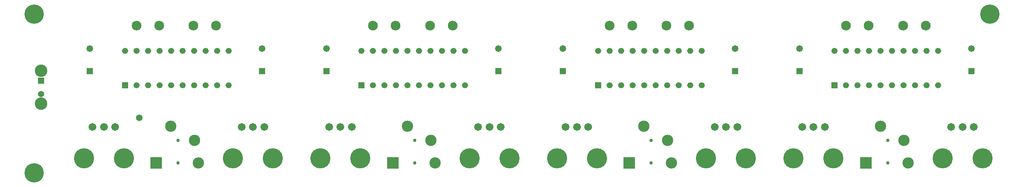
<source format=gbs>
G04*
G04 #@! TF.GenerationSoftware,Altium Limited,Altium Designer,23.0.1 (38)*
G04*
G04 Layer_Color=16711935*
%FSLAX26Y26*%
%MOIN*%
G70*
G04*
G04 #@! TF.SameCoordinates,B86BD9B1-E4BC-44FB-91C3-8862E556E9DD*
G04*
G04*
G04 #@! TF.FilePolarity,Negative*
G04*
G01*
G75*
%ADD24C,0.168000*%
%ADD25C,0.029654*%
%ADD26C,0.098354*%
%ADD27R,0.098354X0.098354*%
%ADD28R,0.054063X0.054063*%
%ADD29C,0.054063*%
%ADD30C,0.108787*%
%ADD31C,0.067055*%
%ADD32C,0.175716*%
%ADD33R,0.052606X0.052606*%
%ADD34C,0.052606*%
%ADD35R,0.058197X0.058197*%
%ADD36C,0.058197*%
%ADD37C,0.084772*%
%ADD38C,0.058000*%
D24*
X8430000Y1510000D02*
D03*
X125000D02*
D03*
Y125000D02*
D03*
D25*
X7541059Y408776D02*
D03*
Y211925D02*
D03*
X5486059Y408776D02*
D03*
Y211925D02*
D03*
X3431059Y408776D02*
D03*
Y211925D02*
D03*
X1376059Y408776D02*
D03*
Y211925D02*
D03*
D26*
X7718225D02*
D03*
X7478067Y530823D02*
D03*
X7682792Y408776D02*
D03*
X5663225Y211925D02*
D03*
X5423067Y530823D02*
D03*
X5627792Y408776D02*
D03*
X3608224Y211925D02*
D03*
X3368067Y530823D02*
D03*
X3572791Y408776D02*
D03*
X1553225Y211925D02*
D03*
X1313067Y530823D02*
D03*
X1517792Y408776D02*
D03*
D27*
X7352083Y211925D02*
D03*
X5297083D02*
D03*
X3242083D02*
D03*
X1187083D02*
D03*
D28*
X185000Y930354D02*
D03*
D29*
Y812244D02*
D03*
D30*
Y1015000D02*
D03*
Y727598D02*
D03*
D31*
X6995197Y526851D02*
D03*
X6896772D02*
D03*
X6798346D02*
D03*
X8290197D02*
D03*
X8191772D02*
D03*
X8093346D02*
D03*
X4940197D02*
D03*
X4841772D02*
D03*
X4743346D02*
D03*
X6235197D02*
D03*
X6136772D02*
D03*
X6038346D02*
D03*
X2885197D02*
D03*
X2786772D02*
D03*
X2688347D02*
D03*
X4180197D02*
D03*
X4081772D02*
D03*
X3983347D02*
D03*
X830197D02*
D03*
X731772D02*
D03*
X633346D02*
D03*
X2125197D02*
D03*
X2026772D02*
D03*
X1928347D02*
D03*
D32*
X7070000Y251260D02*
D03*
X6723543D02*
D03*
X8365000D02*
D03*
X8018543D02*
D03*
X5015000D02*
D03*
X4668543D02*
D03*
X6310000D02*
D03*
X5963543D02*
D03*
X2960000D02*
D03*
X2613543D02*
D03*
X4255000D02*
D03*
X3908543D02*
D03*
X905000D02*
D03*
X558543D02*
D03*
X2200000D02*
D03*
X1853543D02*
D03*
D33*
X7080000Y890000D02*
D03*
X5025000D02*
D03*
X2970000D02*
D03*
X915000D02*
D03*
D34*
X7180000D02*
D03*
X7280000D02*
D03*
X7380000D02*
D03*
X7480000D02*
D03*
X7580000D02*
D03*
X7680000D02*
D03*
X7780000D02*
D03*
X7880000D02*
D03*
X7980000D02*
D03*
Y1190000D02*
D03*
X7880000D02*
D03*
X7780000D02*
D03*
X7680000D02*
D03*
X7580000D02*
D03*
X7480000D02*
D03*
X7380000D02*
D03*
X7280000D02*
D03*
X7180000D02*
D03*
X7080000D02*
D03*
X5125000Y890000D02*
D03*
X5225000D02*
D03*
X5325000D02*
D03*
X5425000D02*
D03*
X5525000D02*
D03*
X5625000D02*
D03*
X5725000D02*
D03*
X5825000D02*
D03*
X5925000D02*
D03*
Y1190000D02*
D03*
X5825000D02*
D03*
X5725000D02*
D03*
X5625000D02*
D03*
X5525000D02*
D03*
X5425000D02*
D03*
X5325000D02*
D03*
X5225000D02*
D03*
X5125000D02*
D03*
X5025000D02*
D03*
X3070000Y890000D02*
D03*
X3170000D02*
D03*
X3270000D02*
D03*
X3370000D02*
D03*
X3470000D02*
D03*
X3570000D02*
D03*
X3670000D02*
D03*
X3770000D02*
D03*
X3870000D02*
D03*
Y1190000D02*
D03*
X3770000D02*
D03*
X3670000D02*
D03*
X3570000D02*
D03*
X3470000D02*
D03*
X3370000D02*
D03*
X3270000D02*
D03*
X3170000D02*
D03*
X3070000D02*
D03*
X2970000D02*
D03*
X1015000Y890000D02*
D03*
X1115000D02*
D03*
X1215000D02*
D03*
X1315000D02*
D03*
X1415000D02*
D03*
X1515000D02*
D03*
X1615000D02*
D03*
X1715000D02*
D03*
X1815000D02*
D03*
Y1190000D02*
D03*
X1715000D02*
D03*
X1615000D02*
D03*
X1515000D02*
D03*
X1415000D02*
D03*
X1315000D02*
D03*
X1215000D02*
D03*
X1115000D02*
D03*
X1015000D02*
D03*
X915000D02*
D03*
D35*
X6775000Y1011260D02*
D03*
X8270000D02*
D03*
X4720000D02*
D03*
X6215000D02*
D03*
X2665000D02*
D03*
X4160000D02*
D03*
X610000D02*
D03*
X2105000D02*
D03*
D36*
X6775000Y1208110D02*
D03*
X8270000D02*
D03*
X4720000D02*
D03*
X6215000D02*
D03*
X2665000D02*
D03*
X4160000D02*
D03*
X610000D02*
D03*
X2105000D02*
D03*
D37*
X7180000Y1410000D02*
D03*
X7376850D02*
D03*
X7675000D02*
D03*
X7871850D02*
D03*
X5125000D02*
D03*
X5321850D02*
D03*
X5620000D02*
D03*
X5816850D02*
D03*
X3070000D02*
D03*
X3266850D02*
D03*
X3565000D02*
D03*
X3761850D02*
D03*
X1015000D02*
D03*
X1211850D02*
D03*
X1510000D02*
D03*
X1706850D02*
D03*
D38*
X1040000Y605000D02*
D03*
M02*

</source>
